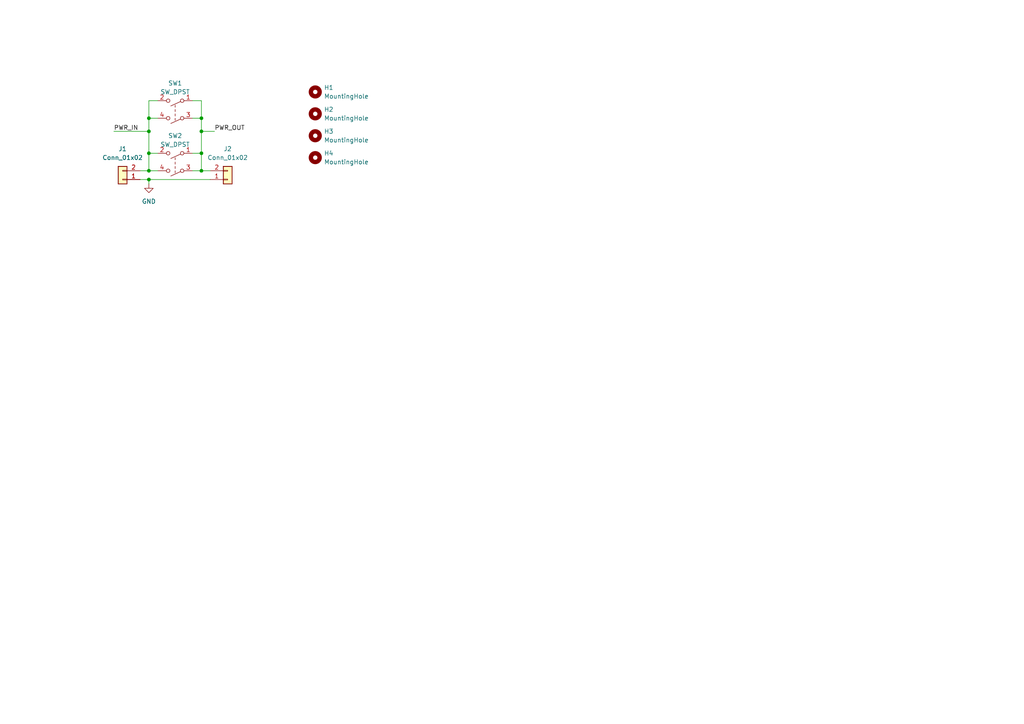
<source format=kicad_sch>
(kicad_sch (version 20230121) (generator eeschema)
  (paper "A4")
  (lib_symbols
    (symbol "Connector_Generic:Conn_01x02" (pin_names (offset 1.016) hide)
      (property "Reference" "J" (at 0 2.54 0))
      (property "Value" "Conn_01x02" (at 0 -5.08 0))
      (symbol "Conn_01x02_1_1"
        (rectangle (start -1.27 -2.413) (end 0 -2.667) (stroke (width 0.1524)))
        (rectangle (start -1.27 0.127) (end 0 -0.127) (stroke (width 0.1524)))
        (rectangle (start -1.27 1.27) (end 1.27 -3.81) (stroke (width 0.254)) (fill (type background)))
        (pin passive line (at -5.08 0 0) (length 3.81) (name "Pin_1") (number "1"))
        (pin passive line (at -5.08 -2.54 0) (length 3.81) (name "Pin_2") (number "2"))
      )
    )
    (symbol "Mechanical:MountingHole" (pin_names (offset 1.016))
      (property "Reference" "H" (at 0 5.08 0))
      (property "Value" "MountingHole" (at 0 3.175 0))
      (symbol "MountingHole_0_1"
        (circle (center 0 0) (radius 1.27) (stroke (width 1.27)))
      )
    )
    (symbol "Switch:SW_DPST" (pin_names (offset 0) hide)
      (property "Reference" "SW" (at 0 5.08 0))
      (property "Value" "SW_DPST" (at 0 -5.08 0))
      (symbol "SW_DPST_0_0"
        (circle (center -2.032 -2.54) (radius 0.508))
        (circle (center -2.032 2.54) (radius 0.508))
        (polyline (pts (xy -1.524 -2.286) (xy 1.27 -1.016)))
        (polyline (pts (xy -1.524 2.794) (xy 1.27 4.064)))
        (polyline (pts (xy 0 -1.27) (xy 0 -0.635)))
        (polyline (pts (xy 0 0) (xy 0 0.635)))
        (polyline (pts (xy 0 1.27) (xy 0 1.905)))
        (polyline (pts (xy 0 2.54) (xy 0 3.175)))
        (circle (center 2.032 -2.54) (radius 0.508))
        (circle (center 2.032 2.54) (radius 0.508))
      )
      (symbol "SW_DPST_1_1"
        (pin passive line (at -5.08 -2.54 0) (length 2.54) (name "1") (number "1"))
        (pin passive line (at 5.08 -2.54 180) (length 2.54) (name "2") (number "2"))
        (pin passive line (at -5.08 2.54 0) (length 2.54) (name "3") (number "3"))
        (pin passive line (at 5.08 2.54 180) (length 2.54) (name "4") (number "4"))
      )
    )
    (symbol "power:GND" (power) (pin_names (offset 0))
      (property "Value" "GND" (at 0 -3.81 0))
      (symbol "GND_0_1"
        (polyline (pts (xy 0 0) (xy 0 -1.27) (xy 1.27 -1.27) (xy 0 -2.54) (xy -1.27 -1.27) (xy 0 -1.27)))
      )
      (symbol "GND_1_1"
        (pin power_in line (at 0 0 270) (length 0) hide (name "GND") (number "1"))
      )
    )
  )
  (junction (at 43.18 34.29))
  (junction (at 58.42 38.1))
  (junction (at 58.42 49.53))
  (junction (at 43.18 52.07))
  (junction (at 58.42 44.45))
  (junction (at 43.18 38.1))
  (junction (at 43.18 44.45))
  (junction (at 43.18 49.53))
  (junction (at 58.42 34.29))
  (wire (pts (xy 58.42 49.53) (xy 60.96 49.53)))
  (wire (pts (xy 43.18 49.53) (xy 45.72 49.53)))
  (wire (pts (xy 40.64 52.07) (xy 43.18 52.07)))
  (wire (pts (xy 55.88 49.53) (xy 58.42 49.53)))
  (wire (pts (xy 40.64 49.53) (xy 43.18 49.53)))
  (wire (pts (xy 43.18 52.07) (xy 43.18 53.34)))
  (wire (pts (xy 45.72 29.21) (xy 43.18 29.21)))
  (wire (pts (xy 43.18 34.29) (xy 43.18 38.1)))
  (wire (pts (xy 58.42 29.21) (xy 58.42 34.29)))
  (wire (pts (xy 58.42 44.45) (xy 58.42 49.53)))
  (wire (pts (xy 45.72 44.45) (xy 43.18 44.45)))
  (wire (pts (xy 43.18 52.07) (xy 60.96 52.07)))
  (wire (pts (xy 62.23 38.1) (xy 58.42 38.1)))
  (wire (pts (xy 55.88 34.29) (xy 58.42 34.29)))
  (wire (pts (xy 58.42 34.29) (xy 58.42 38.1)))
  (wire (pts (xy 43.18 38.1) (xy 43.18 44.45)))
  (wire (pts (xy 58.42 38.1) (xy 58.42 44.45)))
  (wire (pts (xy 43.18 44.45) (xy 43.18 49.53)))
  (wire (pts (xy 33.02 38.1) (xy 43.18 38.1)))
  (wire (pts (xy 55.88 29.21) (xy 58.42 29.21)))
  (wire (pts (xy 45.72 34.29) (xy 43.18 34.29)))
  (wire (pts (xy 55.88 44.45) (xy 58.42 44.45)))
  (wire (pts (xy 43.18 29.21) (xy 43.18 34.29)))
  (label "PWR_IN" (at 33.02 38.1 0))
  (label "PWR_OUT" (at 62.23 38.1 0))
  (symbol (lib_id "Switch:SW_DPST") (at 50.8 46.99 180) (unit 1)
    (property "Reference" "SW2" (at 50.8 39.37 0))
    (property "Value" "SW_DPST" (at 50.8 41.91 0))
    (property "Footprint" "cube-batteryboard:L201011MS02Q" (effects hide))
  )
  (symbol (lib_id "Switch:SW_DPST") (at 50.8 31.75 180) (unit 1)
    (property "Reference" "SW1" (at 50.8 24.13 0))
    (property "Value" "SW_DPST" (at 50.8 26.67 0))
    (property "Footprint" "cube-batteryboard:L201011MS02Q" (effects hide))
  )
  (symbol (lib_id "power:GND") (at 43.18 53.34 0) (unit 1)
    (property "Reference" "#PWR01" (effects hide))
    (property "Value" "GND" (at 43.18 58.42 0))
  )
  (symbol (lib_id "Mechanical:MountingHole") (at 91.44 45.72 0) (unit 1)
    (property "Reference" "H4" (at 93.98 44.45 0) (effects (justify left)))
    (property "Value" "MountingHole" (at 93.98 46.99 0) (effects (justify left)))
    (property "Footprint" "MountingHole:MountingHole_3.2mm_M3_DIN965_Pad" (effects hide))
  )
  (symbol (lib_id "Mechanical:MountingHole") (at 91.44 26.67 0) (unit 1)
    (property "Reference" "H1" (at 93.98 25.4 0) (effects (justify left)))
    (property "Value" "MountingHole" (at 93.98 27.94 0) (effects (justify left)))
    (property "Footprint" "MountingHole:MountingHole_3.2mm_M3_DIN965_Pad" (effects hide))
  )
  (symbol (lib_id "Connector_Generic:Conn_01x02") (at 35.56 52.07 180) (unit 1)
    (property "Reference" "J1" (at 35.56 43.18 0))
    (property "Value" "Conn_01x02" (at 35.56 45.72 0))
    (property "Footprint" "Connector_AMASS:AMASS_XT60-M_1x02_P7.20mm_Vertical" (effects hide))
  )
  (symbol (lib_id "Mechanical:MountingHole") (at 91.44 33.02 0) (unit 1)
    (property "Reference" "H2" (at 93.98 31.75 0) (effects (justify left)))
    (property "Value" "MountingHole" (at 93.98 34.29 0) (effects (justify left)))
    (property "Footprint" "MountingHole:MountingHole_3.2mm_M3_DIN965_Pad" (effects hide))
  )
  (symbol (lib_id "Mechanical:MountingHole") (at 91.44 39.37 0) (unit 1)
    (property "Reference" "H3" (at 93.98 38.1 0) (effects (justify left)))
    (property "Value" "MountingHole" (at 93.98 40.64 0) (effects (justify left)))
    (property "Footprint" "MountingHole:MountingHole_3.2mm_M3_DIN965_Pad" (effects hide))
  )
  (symbol (lib_id "Connector_Generic:Conn_01x02") (at 66.04 52.07 0) (mirror x) (unit 1)
    (property "Reference" "J2" (at 66.04 43.18 0))
    (property "Value" "Conn_01x02" (at 66.04 45.72 0))
    (property "Footprint" "Connector_AMASS:AMASS_XT60-F_1x02_P7.20mm_Vertical" (effects hide))
  )
)
</source>
